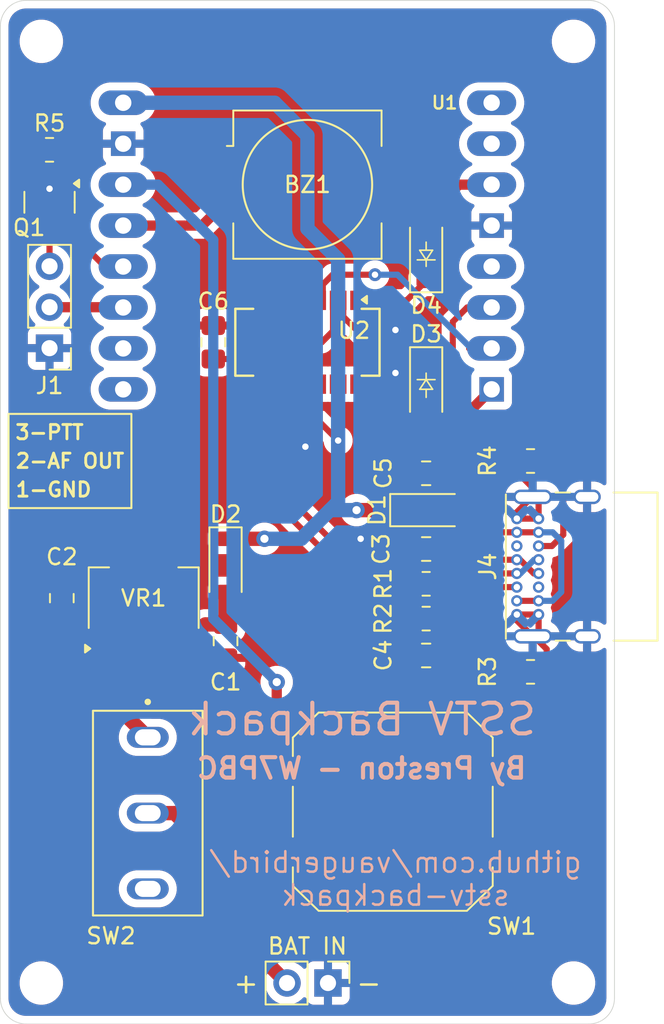
<source format=kicad_pcb>
(kicad_pcb (version 20241229) (generator "pcbnew") (generator_version "9.0")
  (title_block (title "SSTV Backpack") (date "2025-08-29") (rev "1.1"))
  (layers (0 "F.Cu" signal) (2 "B.Cu" signal) (13 "F.Paste" user) (15 "B.Paste" user) (5 "F.SilkS" user "F.Silkscreen") (7 "B.SilkS" user "B.Silkscreen") (1 "F.Mask" user) (3 "B.Mask" user) (25 "Edge.Cuts" user))
  (net 0 "")
  (net 1 "RTS")
  (net 3 "PTT")
  (net 7 "GND")
  (net 8 "+5V")
  (net 9 "/BUZZER")
  (net 10 "/8V IN")
  (net 11 "Net-(Q1-B)")
  (net 12 "/TX OUT")
  (net 13 "/CAPTURE")
  (net 14 "/VIN")
  (net 17 "TXD")
  (net 18 "RXD")
  (net 19 "/5VUSB")
  (net 20 "Net-(U2-USBDM)")
  (net 21 "Net-(U2-USBDP)")
  (net 26 "DTR")
  (net 28 "3V3FTDI")
  (net 32 "PTT_TRIG")
  (net 33 "/D+")
  (net 34 "/D-")
  (net 35 "/CC2")
  (net 36 "/CC1")
  (net 37 "/5VO")
  (net 38 "Net-(D3-A)")
  (net 39 "Net-(D4-A)")
  (footprint "Resistor_SMD:R_0805_2012Metric_Pad1.20x1.40mm_HandSolder" (layer "F.Cu") (at 142.748 72.771 180)
    (property "Reference" "R5" (at 0 1.651 0) (layer "F.SilkS"))
    (property "Value" "10k" (hide yes))
    (fp_line (start -0.227064 0.735) (end 0.227064 0.735) (stroke (width 0.12)) (layer "F.SilkS"))
    (fp_line (start -0.227064 -0.735) (end 0.227064 -0.735) (stroke (width 0.12)) (layer "F.SilkS"))
    (pad "1" smd roundrect (at -1 0 180) (size 1.2 1.4) (layers "F.Cu" "F.Mask" "F.Paste") (roundrect_rratio 0.208333) (net 32 "PTT_TRIG"))
    (pad "2" smd roundrect (at 1 0 180) (size 1.2 1.4) (layers "F.Cu" "F.Mask" "F.Paste") (roundrect_rratio 0.208333) (net 11 "Net-(Q1-B)"))
  )
  (footprint "Diode_SMD:D_SOD-123" (layer "F.Cu") (at 166.116 87.376 -90)
    (property "Reference" "D3" (at -3.175 0 0) (layer "F.SilkS"))
    (property "Value" "1N4148" (hide yes))
    (fp_line (start -2.36 1) (end 1.65 1) (stroke (width 0.12)) (layer "F.SilkS"))
    (fp_line (start 0.25 0.4) (end -0.35 0) (stroke (width 0.1)) (layer "F.SilkS"))
    (fp_line (start -0.75 0) (end -0.35 0) (stroke (width 0.1)) (layer "F.SilkS"))
    (fp_line (start -0.35 0) (end -0.35 0.55) (stroke (width 0.1)) (layer "F.SilkS"))
    (fp_line (start -0.35 0) (end 0.25 -0.4) (stroke (width 0.1)) (layer "F.SilkS"))
    (fp_line (start -0.35 0) (end -0.35 -0.55) (stroke (width 0.1)) (layer "F.SilkS"))
    (fp_line (start 0.25 0) (end 0.75 0) (stroke (width 0.1)) (layer "F.SilkS"))
    (fp_line (start 0.25 -0.4) (end 0.25 0.4) (stroke (width 0.1)) (layer "F.SilkS"))
    (fp_line (start -2.36 -1) (end -2.36 1) (stroke (width 0.12)) (layer "F.SilkS"))
    (fp_line (start -2.36 -1) (end 1.65 -1) (stroke (width 0.12)) (layer "F.SilkS"))
    (pad "1" smd roundrect (at -1.65 0 270) (size 0.9 1.2) (layers "F.Cu" "F.Mask" "F.Paste") (net 1 "RTS"))
    (pad "2" smd roundrect (at 1.65 0 270) (size 0.9 1.2) (layers "F.Cu" "F.Mask" "F.Paste") (net 38 "Net-(D3-A)"))
  )
  (footprint "Diode_SMD:D_SOD-123" (layer "F.Cu") (at 153.67 98.552 -90)
    (property "Reference" "D2" (at -3.175 0 180) (layer "F.SilkS"))
    (property "Value" "1N5819" (hide yes))
    (fp_line (start -2.36 1) (end 1.65 1) (stroke (width 0.12)) (layer "F.SilkS"))
    (fp_line (start -2.36 -1) (end -2.36 1) (stroke (width 0.12)) (layer "F.SilkS"))
    (fp_line (start -2.36 -1) (end 1.65 -1) (stroke (width 0.12)) (layer "F.SilkS"))
    (pad "1" smd roundrect (at -1.65 0 270) (size 0.9 1.2) (layers "F.Cu" "F.Mask" "F.Paste") (net 8 "+5V"))
    (pad "2" smd roundrect (at 1.65 0 270) (size 0.9 1.2) (layers "F.Cu" "F.Mask" "F.Paste") (net 37 "/5VO"))
  )
  (footprint "Capacitor_SMD:C_0805_2012Metric_Pad1.18x1.45mm_HandSolder" (layer "F.Cu") (at 152.908 84.709 90)
    (property "Reference" "C6" (at 2.54 0 180) (layer "F.SilkS"))
    (property "Value" "100nF" (hide yes))
    (fp_line (start -0.261252 -0.735) (end 0.261252 -0.735) (stroke (width 0.12)) (layer "F.SilkS"))
    (fp_line (start -0.261252 0.735) (end 0.261252 0.735) (stroke (width 0.12)) (layer "F.SilkS"))
    (pad "1" smd roundrect (at -1.0375 0 90) (size 1.175 1.45) (layers "F.Cu" "F.Mask" "F.Paste") (roundrect_rratio 0.212766) (net 28 "3V3FTDI"))
    (pad "2" smd roundrect (at 1.0375 0 90) (size 1.175 1.45) (layers "F.Cu" "F.Mask" "F.Paste") (roundrect_rratio 0.212766) (net 7 "GND"))
  )
  (footprint "Resistor_SMD:R_0805_2012Metric_Pad1.20x1.40mm_HandSolder" (layer "F.Cu") (at 172.593 92.075 180)
    (property "Reference" "R4" (at 2.667 0 90) (layer "F.SilkS"))
    (property "Value" "4.7k" (hide yes))
    (fp_line (start -0.227064 0.735) (end 0.227064 0.735) (stroke (width 0.12)) (layer "F.SilkS"))
    (fp_line (start -0.227064 -0.735) (end 0.227064 -0.735) (stroke (width 0.12)) (layer "F.SilkS"))
    (pad "1" smd roundrect (at -1 0 180) (size 1.2 1.4) (layers "F.Cu" "F.Mask" "F.Paste") (roundrect_rratio 0.208333) (net 35 "/CC2"))
    (pad "2" smd roundrect (at 1 0 180) (size 1.2 1.4) (layers "F.Cu" "F.Mask" "F.Paste") (roundrect_rratio 0.208333) (net 7 "GND"))
  )
  (footprint "SwitchSPDT:SW_SLW-1276864-4A-D" (layer "F.Cu") (at 148.844 113.92 -90)
    (property "Reference" "SW2" (at 7.62 2.286 180) (layer "F.SilkS"))
    (property "Value" "SLW-1276864-4A-D" (hide yes))
    (fp_line (start -6.35 3.4) (end 6.35 3.4) (stroke (width 0.127)) (layer "F.SilkS"))
    (fp_line (start 6.35 3.4) (end 6.35 -3.4) (stroke (width 0.127)) (layer "F.SilkS"))
    (fp_line (start -6.35 -3.4) (end -6.35 3.4) (stroke (width 0.127)) (layer "F.SilkS"))
    (fp_line (start 6.35 -3.4) (end -6.35 -3.4) (stroke (width 0.127)) (layer "F.SilkS"))
    (fp_circle (center -6.9 0) (end -6.8 0) (stroke (width 0.2)) (fill no) (layer "F.SilkS"))
    (pad "1" thru_hole oval (at -4.7 0 270) (size 1.3 2.6) (drill oval 1 1.6) (layers "*.Cu" "*.Mask") (net 10 "/8V IN"))
    (pad "2" thru_hole oval (at 0 0 270) (size 1.3 2.6) (drill oval 1 1.6) (layers "*.Cu" "*.Mask") (net 14 "/VIN"))
    (pad "3" thru_hole oval (at 4.7 0 270) (size 1.3 2.6) (drill oval 1 1.6) (layers "*.Cu" "*.Mask"))
  )
  (footprint "ESP32-CAM:ESP32-CAM" (layer "F.Cu") (at 158.75 80.01 180)
    (property "Reference" "U1" (at -8.509 10.16 0) (layer "F.SilkS") (effects (font (size 0.787402 0.787402))))
    (property "Value" "ESP32-CAM" (hide yes))
    (fp_circle (center 0 5.08) (end 4.01609 5.08) (stroke (width 0.127)) (fill no) (layer "F.SilkS"))
    (pad "P$1" thru_hole rect (at -11.43 -7.62 180) (size 1.524 1.524) (drill 1.016) (layers "*.Cu" "*.Mask") (net 38 "Net-(D3-A)"))
    (pad "P$2" thru_hole oval (at -11.43 -5.08 180) (size 3.048 1.524) (drill 1.016) (layers "*.Cu" "*.Mask") (net 18 "RXD"))
    (pad "P$3" thru_hole oval (at -11.43 -2.54 180) (size 3.048 1.524) (drill 1.016) (layers "*.Cu" "*.Mask") (net 17 "TXD"))
    (pad "P$4" thru_hole oval (at -11.43 0 180) (size 3.048 1.524) (drill 1.016) (layers "*.Cu" "*.Mask"))
    (pad "P$5" thru_hole rect (at -11.43 2.54 180) (size 1.524 1.524) (drill 1.016) (layers "*.Cu" "*.Mask") (net 7 "GND"))
    (pad "P$6" thru_hole oval (at -11.43 5.08 180) (size 3.048 1.524) (drill 1.016) (layers "*.Cu" "*.Mask") (net 39 "Net-(D4-A)"))
    (pad "P$7" thru_hole oval (at -11.43 7.62 180) (size 3.048 1.524) (drill 1.016) (layers "*.Cu" "*.Mask"))
    (pad "P$8" thru_hole oval (at -11.43 10.16 180) (size 3.048 1.524) (drill 1.016) (layers "*.Cu" "*.Mask"))
    (pad "P$9" thru_hole oval (at 11.43 10.16 180) (size 3.048 1.524) (drill 1.016) (layers "*.Cu" "*.Mask") (net 8 "+5V"))
    (pad "P$10" thru_hole rect (at 11.43 7.62 180) (size 1.524 1.524) (drill 1.016) (layers "*.Cu" "*.Mask") (net 7 "GND"))
    (pad "P$11" thru_hole oval (at 11.43 5.08 180) (size 3.048 1.524) (drill 1.016) (layers "*.Cu" "*.Mask") (net 13 "/CAPTURE"))
    (pad "P$12" thru_hole oval (at 11.43 2.54 180) (size 3.048 1.524) (drill 1.016) (layers "*.Cu" "*.Mask") (net 9 "/BUZZER"))
    (pad "P$13" thru_hole oval (at 11.43 0 180) (size 3.048 1.524) (drill 1.016) (layers "*.Cu" "*.Mask") (net 32 "PTT_TRIG"))
    (pad "P$14" thru_hole oval (at 11.43 -2.54 180) (size 3.048 1.524) (drill 1.016) (layers "*.Cu" "*.Mask") (net 12 "/TX OUT"))
    (pad "P$15" thru_hole oval (at 11.43 -5.08 180) (size 3.048 1.524) (drill 1.016) (layers "*.Cu" "*.Mask"))
    (pad "P$16" thru_hole oval (at 11.43 -7.62 180) (size 3.048 1.524) (drill 1.016) (layers "*.Cu" "*.Mask"))
  )
  (footprint "Capacitor_SMD:C_0805_2012Metric_Pad1.18x1.45mm_HandSolder" (layer "F.Cu") (at 153.67 103.251 -90)
    (property "Reference" "C1" (at 2.54 0 0) (layer "F.SilkS"))
    (property "Value" "22uF" (hide yes))
    (fp_line (start -0.261252 0.735) (end 0.261252 0.735) (stroke (width 0.12)) (layer "F.SilkS"))
    (fp_line (start -0.261252 -0.735) (end 0.261252 -0.735) (stroke (width 0.12)) (layer "F.SilkS"))
    (pad "1" smd roundrect (at -1.0375 0 270) (size 1.175 1.45) (layers "F.Cu" "F.Mask" "F.Paste") (roundrect_rratio 0.212766) (net 37 "/5VO"))
    (pad "2" smd roundrect (at 1.0375 0 270) (size 1.175 1.45) (layers "F.Cu" "F.Mask" "F.Paste") (roundrect_rratio 0.212766) (net 7 "GND"))
  )
  (footprint "Connector_PinHeader_2.54mm:PinHeader_1x02_P2.54mm_Vertical" (layer "F.Cu") (at 160.025 124.46 -90)
    (property "Reference" "J2" (hide yes))
    (property "Value" "Conn_01x02_Pin" (hide yes))
    (fp_line (start -1.33 3.87) (end 1.33 3.87) (stroke (width 0.12)) (layer "F.SilkS"))
    (fp_line (start -1.33 1.27) (end -1.33 3.87) (stroke (width 0.12)) (layer "F.SilkS"))
    (fp_line (start -1.33 1.27) (end 1.33 1.27) (stroke (width 0.12)) (layer "F.SilkS"))
    (fp_line (start 1.33 1.27) (end 1.33 3.87) (stroke (width 0.12)) (layer "F.SilkS"))
    (fp_line (start -1.33 0) (end -1.33 -1.33) (stroke (width 0.12)) (layer "F.SilkS"))
    (fp_line (start -1.33 -1.33) (end 0 -1.33) (stroke (width 0.12)) (layer "F.SilkS"))
    (pad "1" thru_hole rect (at 0 0 270) (size 1.7 1.7) (drill 1) (layers "*.Cu" "*.Mask") (net 7 "GND"))
    (pad "2" thru_hole oval (at 0 2.54 270) (size 1.7 1.7) (drill 1) (layers "*.Cu" "*.Mask") (net 14 "/VIN"))
  )
  (footprint "Capacitor_SMD:C_0805_2012Metric_Pad1.18x1.45mm_HandSolder" (layer "F.Cu") (at 166.116 104.14 180)
    (property "Reference" "C4" (at 2.667 0 90) (layer "F.SilkS"))
    (property "Value" "47pF" (hide yes))
    (fp_line (start -0.261252 0.735) (end 0.261252 0.735) (stroke (width 0.12)) (layer "F.SilkS"))
    (fp_line (start -0.261252 -0.735) (end 0.261252 -0.735) (stroke (width 0.12)) (layer "F.SilkS"))
    (pad "1" smd roundrect (at -1.0375 0 180) (size 1.175 1.45) (layers "F.Cu" "F.Mask" "F.Paste") (roundrect_rratio 0.212766) (net 33 "/D+"))
    (pad "2" smd roundrect (at 1.0375 0 180) (size 1.175 1.45) (layers "F.Cu" "F.Mask" "F.Paste") (roundrect_rratio 0.212766) (net 7 "GND"))
  )
  (footprint "Resistor_SMD:R_0805_2012Metric_Pad1.20x1.40mm_HandSolder" (layer "F.Cu") (at 172.593 105.156)
    (property "Reference" "R3" (at -2.667 0 90) (layer "F.SilkS"))
    (property "Value" "4.7k" (hide yes))
    (fp_line (start -0.227064 -0.735) (end 0.227064 -0.735) (stroke (width 0.12)) (layer "F.SilkS"))
    (fp_line (start -0.227064 0.735) (end 0.227064 0.735) (stroke (width 0.12)) (layer "F.SilkS"))
    (pad "1" smd roundrect (at -1 0) (size 1.2 1.4) (layers "F.Cu" "F.Mask" "F.Paste") (roundrect_rratio 0.208333) (net 36 "/CC1"))
    (pad "2" smd roundrect (at 1 0) (size 1.2 1.4) (layers "F.Cu" "F.Mask" "F.Paste") (roundrect_rratio 0.208333) (net 7 "GND"))
  )
  (footprint "MountingHole:MountingHole_2.2mm_M2" (layer "F.Cu") (at 175.26 66.04)
    (property "Reference" "REF**" (hide yes))
    (property "Value" "MountingHole_2.2mm_M2" (hide yes))
    (pad "" np_thru_hole circle (at 0 0) (size 2.2 2.2) (drill 2.2) (layers "*.Cu" "*.Mask"))
  )
  (footprint "Capacitor_SMD:C_0805_2012Metric_Pad1.18x1.45mm_HandSolder" (layer "F.Cu") (at 166.116 97.536 180)
    (property "Reference" "C3" (at 2.794 0 90) (layer "F.SilkS"))
    (property "Value" "47pF" (hide yes))
    (fp_line (start -0.261252 0.735) (end 0.261252 0.735) (stroke (width 0.12)) (layer "F.SilkS"))
    (fp_line (start -0.261252 -0.735) (end 0.261252 -0.735) (stroke (width 0.12)) (layer "F.SilkS"))
    (pad "1" smd roundrect (at -1.0375 0 180) (size 1.175 1.45) (layers "F.Cu" "F.Mask" "F.Paste") (roundrect_rratio 0.212766) (net 34 "/D-"))
    (pad "2" smd roundrect (at 1.0375 0 180) (size 1.175 1.45) (layers "F.Cu" "F.Mask" "F.Paste") (roundrect_rratio 0.212766) (net 7 "GND"))
  )
  (footprint "Package_SO:SSOP-20_3.9x8.7mm_P0.635mm" (layer "F.Cu") (at 158.75 84.709 -90)
    (property "Reference" "U2" (at -0.73025 -2.88925 0) (layer "F.SilkS"))
    (property "Value" "FT231XS" (hide yes))
    (fp_line (start -2.075 4.475) (end 2.075 4.475) (stroke (width 0.15)) (layer "F.SilkS"))
    (fp_line (start -2.075 4.475) (end -2.075 3.365) (stroke (width 0.15)) (layer "F.SilkS"))
    (fp_line (start 2.075 4.475) (end 2.075 3.365) (stroke (width 0.15)) (layer "F.SilkS"))
    (fp_line (start -2.075 -3.365) (end -2.075 -4.475) (stroke (width 0.15)) (layer "F.SilkS"))
    (fp_line (start -2.075 -4.475) (end 2.075 -4.475) (stroke (width 0.15)) (layer "F.SilkS"))
    (fp_line (start 2.075 -4.475) (end 2.075 -3.365) (stroke (width 0.15)) (layer "F.SilkS"))
    (fp_poly (pts (xy -2.6375 -3.365) (xy -2.8775 -3.695) (xy -2.3975 -3.695) (xy -2.6375 -3.365)) (stroke (width 0.12)) (fill yes) (layer "F.SilkS"))
    (pad "1" smd rect (at -2.6 -2.8575 270) (size 1.2 0.4) (layers "F.Cu" "F.Mask" "F.Paste") (net 26 "DTR"))
    (pad "2" smd rect (at -2.6 -2.2225 270) (size 1.2 0.4) (layers "F.Cu" "F.Mask" "F.Paste") (net 1 "RTS"))
    (pad "3" smd rect (at -2.6 -1.5875 270) (size 1.2 0.4) (layers "F.Cu" "F.Mask" "F.Paste") (net 28 "3V3FTDI"))
    (pad "4" smd rect (at -2.6 -0.9525 270) (size 1.2 0.4) (layers "F.Cu" "F.Mask" "F.Paste") (net 18 "RXD"))
    (pad "5" smd rect (at -2.6 -0.3175 270) (size 1.2 0.4) (layers "F.Cu" "F.Mask" "F.Paste"))
    (pad "6" smd rect (at -2.6 0.3175 270) (size 1.2 0.4) (layers "F.Cu" "F.Mask" "F.Paste") (net 7 "GND"))
    (pad "7" smd rect (at -2.6 0.9525 270) (size 1.2 0.4) (layers "F.Cu" "F.Mask" "F.Paste"))
    (pad "8" smd rect (at -2.6 1.5875 270) (size 1.2 0.4) (layers "F.Cu" "F.Mask" "F.Paste"))
    (pad "9" smd rect (at -2.6 2.2225 270) (size 1.2 0.4) (layers "F.Cu" "F.Mask" "F.Paste"))
    (pad "10" smd rect (at -2.6 2.8575 270) (size 1.2 0.4) (layers "F.Cu" "F.Mask" "F.Paste"))
    (pad "11" smd rect (at 2.6 2.8575 270) (size 1.2 0.4) (layers "F.Cu" "F.Mask" "F.Paste") (net 21 "Net-(U2-USBDP)"))
    (pad "12" smd rect (at 2.6 2.2225 270) (size 1.2 0.4) (layers "F.Cu" "F.Mask" "F.Paste") (net 20 "Net-(U2-USBDM)"))
    (pad "13" smd rect (at 2.6 1.5875 270) (size 1.2 0.4) (layers "F.Cu" "F.Mask" "F.Paste") (net 28 "3V3FTDI"))
    (pad "14" smd rect (at 2.6 0.9525 270) (size 1.2 0.4) (layers "F.Cu" "F.Mask" "F.Paste") (net 28 "3V3FTDI"))
    (pad "15" smd rect (at 2.6 0.3175 270) (size 1.2 0.4) (layers "F.Cu" "F.Mask" "F.Paste") (net 8 "+5V"))
    (pad "16" smd rect (at 2.6 -0.3175 270) (size 1.2 0.4) (layers "F.Cu" "F.Mask" "F.Paste") (net 7 "GND"))
    (pad "17" smd rect (at 2.6 -0.9525 270) (size 1.2 0.4) (layers "F.Cu" "F.Mask" "F.Paste"))
    (pad "18" smd rect (at 2.6 -1.5875 270) (size 1.2 0.4) (layers "F.Cu" "F.Mask" "F.Paste"))
    (pad "19" smd rect (at 2.6 -2.2225 270) (size 1.2 0.4) (layers "F.Cu" "F.Mask" "F.Paste"))
    (pad "20" smd rect (at 2.6 -2.8575 270) (size 1.2 0.4) (layers "F.Cu" "F.Mask" "F.Paste") (net 17 "TXD"))
  )
  (footprint "Diode_SMD:D_SOD-123" (layer "F.Cu") (at 166.116 79.248 90)
    (property "Reference" "D4" (at -3.175 0 0) (layer "F.SilkS"))
    (property "Value" "1N4148" (hide yes))
    (fp_line (start -2.36 -1) (end 1.65 -1) (stroke (width 0.12)) (layer "F.SilkS"))
    (fp_line (start -2.36 -1) (end -2.36 1) (stroke (width 0.12)) (layer "F.SilkS"))
    (fp_line (start 0.25 -0.4) (end 0.25 0.4) (stroke (width 0.1)) (layer "F.SilkS"))
    (fp_line (start 0.25 0) (end 0.75 0) (stroke (width 0.1)) (layer "F.SilkS"))
    (fp_line (start -0.35 0) (end -0.35 -0.55) (stroke (width 0.1)) (layer "F.SilkS"))
    (fp_line (start -0.35 0) (end 0.25 -0.4) (stroke (width 0.1)) (layer "F.SilkS"))
    (fp_line (start -0.35 0) (end -0.35 0.55) (stroke (width 0.1)) (layer "F.SilkS"))
    (fp_line (start -0.75 0) (end -0.35 0) (stroke (width 0.1)) (layer "F.SilkS"))
    (fp_line (start 0.25 0.4) (end -0.35 0) (stroke (width 0.1)) (layer "F.SilkS"))
    (fp_line (start -2.36 1) (end 1.65 1) (stroke (width 0.12)) (layer "F.SilkS"))
    (pad "1" smd roundrect (at -1.65 0 90) (size 0.9 1.2) (layers "F.Cu" "F.Mask" "F.Paste") (net 26 "DTR"))
    (pad "2" smd roundrect (at 1.65 0 90) (size 0.9 1.2) (layers "F.Cu" "F.Mask" "F.Paste") (net 39 "Net-(D4-A)"))
  )
  (footprint "Package_TO_SOT_SMD:SOT-23" (layer "F.Cu") (at 142.748 76.0245 -90)
    (property "Reference" "Q1" (at 1.5725 1.27 180) (layer "F.SilkS"))
    (property "Value" "MMBT3904" (hide yes))
    (fp_line (start 0 1.56) (end -0.65 1.56) (stroke (width 0.12)) (layer "F.SilkS"))
    (fp_line (start 0 1.56) (end 0.65 1.56) (stroke (width 0.12)) (layer "F.SilkS"))
    (fp_line (start 0 -1.56) (end -0.65 -1.56) (stroke (width 0.12)) (layer "F.SilkS"))
    (fp_line (start 0 -1.56) (end 0.65 -1.56) (stroke (width 0.12)) (layer "F.SilkS"))
    (fp_poly (pts (xy -1.1625 -1.51) (xy -1.4025 -1.84) (xy -0.9225 -1.84) (xy -1.1625 -1.51)) (stroke (width 0.12)) (fill yes) (layer "F.SilkS"))
    (pad "1" smd roundrect (at -0.9375 -0.95 270) (size 1.475 0.6) (layers "F.Cu" "F.Mask" "F.Paste") (net 11 "Net-(Q1-B)"))
    (pad "2" smd roundrect (at -0.9375 0.95 270) (size 1.475 0.6) (layers "F.Cu" "F.Mask" "F.Paste") (net 7 "GND"))
    (pad "3" smd roundrect (at 0.9375 0 270) (size 1.475 0.6) (layers "F.Cu" "F.Mask" "F.Paste") (net 3 "PTT"))
  )
  (footprint "MountingHole:MountingHole_2.2mm_M2" (layer "F.Cu") (at 142.24 66.04)
    (property "Reference" "REF**" (hide yes))
    (property "Value" "MountingHole_2.2mm_M2" (hide yes))
    (pad "" np_thru_hole circle (at 0 0) (size 2.2 2.2) (drill 2.2) (layers "*.Cu" "*.Mask"))
  )
  (footprint "Capacitor_SMD:C_0805_2012Metric_Pad1.18x1.45mm_HandSolder" (layer "F.Cu") (at 143.51 100.584 90)
    (property "Reference" "C2" (at 2.5615 0 180) (layer "F.SilkS"))
    (property "Value" "0.47uF" (hide yes))
    (fp_line (start -0.261252 -0.735) (end 0.261252 -0.735) (stroke (width 0.12)) (layer "F.SilkS"))
    (fp_line (start -0.261252 0.735) (end 0.261252 0.735) (stroke (width 0.12)) (layer "F.SilkS"))
    (pad "1" smd roundrect (at -1.0375 0 90) (size 1.175 1.45) (layers "F.Cu" "F.Mask" "F.Paste") (roundrect_rratio 0.212766) (net 10 "/8V IN"))
    (pad "2" smd roundrect (at 1.0375 0 90) (size 1.175 1.45) (layers "F.Cu" "F.Mask" "F.Paste") (roundrect_rratio 0.212766) (net 7 "GND"))
  )
  (footprint "Resistor_SMD:R_0805_2012Metric_Pad1.20x1.40mm_HandSolder" (layer "F.Cu") (at 166.116 101.854 180)
    (property "Reference" "R2" (at 2.667 0 90) (layer "F.SilkS"))
    (property "Value" "27Ω" (hide yes))
    (fp_line (start -0.227064 0.735) (end 0.227064 0.735) (stroke (width 0.12)) (layer "F.SilkS"))
    (fp_line (start -0.227064 -0.735) (end 0.227064 -0.735) (stroke (width 0.12)) (layer "F.SilkS"))
    (pad "1" smd roundrect (at -1 0 180) (size 1.2 1.4) (layers "F.Cu" "F.Mask" "F.Paste") (roundrect_rratio 0.208333) (net 33 "/D+"))
    (pad "2" smd roundrect (at 1 0 180) (size 1.2 1.4) (layers "F.Cu" "F.Mask" "F.Paste") (roundrect_rratio 0.208333) (net 21 "Net-(U2-USBDP)"))
  )
  (footprint "Package_TO_SOT_SMD:SOT-223-3_TabPin2" (layer "F.Cu") (at 148.59 100.584 90)
    (property "Reference" "VR1" (at 0 0 180) (layer "F.SilkS"))
    (property "Value" "LM2940IMPX-5.0/NOPB" (hide yes))
    (fp_line (start 1.91 -3.41) (end 1.91 -2.15) (stroke (width 0.12)) (layer "F.SilkS"))
    (fp_line (start -1.85 -3.41) (end 1.91 -3.41) (stroke (width 0.12)) (layer "F.SilkS"))
    (fp_line (start 1.91 3.41) (end 1.91 2.15) (stroke (width 0.12)) (layer "F.SilkS"))
    (fp_line (start -1.85 3.41) (end 1.91 3.41) (stroke (width 0.12)) (layer "F.SilkS"))
    (fp_poly (pts (xy -3.13 -3.31) (xy -3.37 -3.64) (xy -2.89 -3.64) (xy -3.13 -3.31)) (stroke (width 0.12)) (fill yes) (layer "F.SilkS"))
    (pad "1" smd roundrect (at -3.15 -2.3 90) (size 2 1.5) (layers "F.Cu" "F.Mask" "F.Paste") (net 10 "/8V IN"))
    (pad "2" smd roundrect (at -3.15 0 90) (size 2 1.5) (layers "F.Cu" "F.Mask" "F.Paste") (net 7 "GND"))
    (pad "2" smd roundrect (at 3.15 0 90) (size 2 3.8) (layers "F.Cu" "F.Mask" "F.Paste") (net 7 "GND"))
    (pad "3" smd roundrect (at -3.15 2.3 90) (size 2 1.5) (layers "F.Cu" "F.Mask" "F.Paste") (net 37 "/5VO"))
  )
  (footprint "Connector_PinHeader_2.54mm:PinHeader_1x03_P2.54mm_Vertical" (layer "F.Cu") (at 142.748 85.075 180)
    (property "Reference" "J1" (at 0 -2.33 0) (layer "F.SilkS"))
    (property "Value" "Conn_01x03_Pin" (hide yes))
    (fp_line (start 1.33 1.27) (end 1.33 6.41) (stroke (width 0.12)) (layer "F.SilkS"))
    (fp_line (start -1.33 6.41) (end 1.33 6.41) (stroke (width 0.12)) (layer "F.SilkS"))
    (fp_line (start -1.33 1.27) (end 1.33 1.27) (stroke (width 0.12)) (layer "F.SilkS"))
    (fp_line (start -1.33 1.27) (end -1.33 6.41) (stroke (width 0.12)) (layer "F.SilkS"))
    (fp_line (start -1.33 0) (end -1.33 -1.33) (stroke (width 0.12)) (layer "F.SilkS"))
    (fp_line (start -1.33 -1.33) (end 0 -1.33) (stroke (width 0.12)) (layer "F.SilkS"))
    (pad "1" thru_hole rect (at 0 0 180) (size 1.7 1.7) (drill 1) (layers "*.Cu" "*.Mask") (net 7 "GND"))
    (pad "2" thru_hole oval (at 0 2.54 180) (size 1.7 1.7) (drill 1) (layers "*.Cu" "*.Mask") (net 12 "/TX OUT"))
    (pad "3" thru_hole oval (at 0 5.08 180) (size 1.7 1.7) (drill 1) (layers "*.Cu" "*.Mask") (net 3 "PTT"))
  )
  (footprint "Diode_SMD:D_SOD-123" (layer "F.Cu") (at 166.243 95.123)
    (property "Reference" "D1" (at -3.175 0 90) (layer "F.SilkS"))
    (property "Value" "1N5819" (hide yes))
    (fp_line (start -2.36 -1) (end -2.36 1) (stroke (width 0.12)) (layer "F.SilkS"))
    (fp_line (start -2.36 -1) (end 1.65 -1) (stroke (width 0.12)) (layer "F.SilkS"))
    (fp_line (start -2.36 1) (end 1.65 1) (stroke (width 0.12)) (layer "F.SilkS"))
    (pad "1" smd roundrect (at -1.65 0) (size 0.9 1.2) (layers "F.Cu" "F.Mask" "F.Paste") (net 8 "+5V"))
    (pad "2" smd roundrect (at 1.65 0) (size 0.9 1.2) (layers "F.Cu" "F.Mask" "F.Paste") (net 19 "/5VUSB"))
  )
  (footprint "MountingHole:MountingHole_2.2mm_M2" (layer "F.Cu") (at 175.26 124.46)
    (property "Reference" "REF**" (hide yes))
    (property "Value" "MountingHole_2.2mm_M2" (hide yes))
    (pad "" np_thru_hole circle (at 0 0) (size 2.2 2.2) (drill 2.2) (layers "*.Cu" "*.Mask"))
  )
  (footprint "Capacitor_SMD:C_0805_2012Metric_Pad1.18x1.45mm_HandSolder" (layer "F.Cu") (at 166.116 92.837)
    (property "Reference" "C5" (at -2.667 0 90) (layer "F.SilkS"))
    (property "Value" "10nF" (hide yes))
    (fp_line (start -0.261252 -0.735) (end 0.261252 -0.735) (stroke (width 0.12)) (layer "F.SilkS"))
    (fp_line (start -0.261252 0.735) (end 0.261252 0.735) (stroke (width 0.12)) (layer "F.SilkS"))
    (pad "1" smd roundrect (at -1.0375 0) (size 1.175 1.45) (layers "F.Cu" "F.Mask" "F.Paste") (roundrect_rratio 0.212766) (net 7 "GND"))
    (pad "2" smd roundrect (at 1.0375 0) (size 1.175 1.45) (layers "F.Cu" "F.Mask" "F.Paste") (roundrect_rratio 0.212766) (net 19 "/5VUSB"))
  )
  (footprint "Buzzer_Beeper:Buzzer_CUI_CPT-9019S-SMT" (layer "F.Cu") (at 158.75 74.93)
    (property "Reference" "BZ1" (at 0 0 0) (layer "F.SilkS"))
    (property "Value" "CPT-9019B-SMT-TR" (hide yes))
    (fp_line (start -4.6 -4.6) (end -4.6 -2.4) (stroke (width 0.12)) (layer "F.SilkS"))
    (fp_line (start -4.6 -4.6) (end 4.6 -4.6) (stroke (width 0.12)) (layer "F.SilkS"))
    (fp_line (start -4.6 -2.4) (end -5 -2.4) (stroke (width 0.12)) (layer "F.SilkS"))
    (fp_line (start -4.6 2.4) (end -4.6 4.6) (stroke (width 0.12)) (layer "F.SilkS"))
    (fp_line (start 4.6 -4.6) (end 4.6 -2.4) (stroke (width 0.12)) (layer "F.SilkS"))
    (fp_line (start 4.6 2.4) (end 4.6 4.6) (stroke (width 0.12)) (layer "F.SilkS"))
    (fp_line (start 4.6 4.6) (end -4.6 4.6) (stroke (width 0.12)) (layer "F.SilkS"))
    (pad "1" smd rect (at -4 0) (size 2 4.2) (layers "F.Cu" "F.Mask" "F.Paste") (net 9 "/BUZZER"))
    (pad "2" smd rect (at 4 0) (size 2 4.2) (layers "F.Cu" "F.Mask" "F.Paste") (net 7 "GND"))
  )
  (footprint "Button_Switch_SMD:SW_Push_1P1T_NO_CK_PTS125Sx43PSMTR" (layer "F.Cu") (at 164.046 113.832)
    (property "Reference" "SW1" (at 7.366 7.112 0) (layer "F.SilkS"))
    (property "Value" "SW_Push" (hide yes))
    (fp_line (start -6.2 -4.6) (end -4.6 -6.15) (stroke (width 0.12)) (layer "F.SilkS"))
    (fp_line (start -6.2 -3.45) (end -6.2 -4.6) (stroke (width 0.12)) (layer "F.SilkS"))
    (fp_line (start -6.2 -1.55) (end -6.2 1.55) (stroke (width 0.12)) (layer "F.SilkS"))
    (fp_line (start -6.2 3.45) (end -6.2 4.6) (stroke (width 0.12)) (layer "F.SilkS"))
    (fp_line (start -6.2 4.6) (end -4.6 6.15) (stroke (width 0.12)) (layer "F.SilkS"))
    (fp_line (start -4.6 -6.15) (end 4.6 -6.15) (stroke (width 0.12)) (layer "F.SilkS"))
    (fp_line (start -4.6 6.15) (end 4.6 6.15) (stroke (width 0.12)) (layer "F.SilkS"))
    (fp_line (start 4.6 -6.15) (end 6.2 -4.6) (stroke (width 0.12)) (layer "F.SilkS"))
    (fp_line (start 4.6 6.15) (end 6.2 4.6) (stroke (width 0.12)) (layer "F.SilkS"))
    (fp_line (start 6.2 -3.45) (end 6.2 -4.6) (stroke (width 0.12)) (layer "F.SilkS"))
    (fp_line (start 6.2 -1.55) (end 6.2 1.55) (stroke (width 0.12)) (layer "F.SilkS"))
    (fp_line (start 6.2 3.45) (end 6.2 4.6) (stroke (width 0.12)) (layer "F.SilkS"))
    (pad "1" smd rect (at -7.15 -2.5) (size 2 1.5) (layers "F.Cu" "F.Mask" "F.Paste") (net 13 "/CAPTURE"))
    (pad "1" smd rect (at 7.15 -2.5) (size 2 1.5) (layers "F.Cu" "F.Mask" "F.Paste") (net 13 "/CAPTURE"))
    (pad "2" smd rect (at -7.15 2.5) (size 2 1.5) (layers "F.Cu" "F.Mask" "F.Paste") (net 7 "GND"))
    (pad "2" smd rect (at 7.15 2.5) (size 2 1.5) (layers "F.Cu" "F.Mask" "F.Paste") (net 7 "GND"))
  )
  (footprint "Connector_USB:USB_C_Receptacle_GCT_USB4085" (layer "F.Cu") (at 171.743 101.6 90)
    (property "Reference" "J4" (at 2.975 -1.8 90) (layer "F.SilkS"))
    (property "Value" "USB_C_Receptacle_USB2.0_14P" (hide yes))
    (fp_line (start -1.5 -0.68) (end 7.45 -0.68) (stroke (width 0.12)) (layer "F.SilkS"))
    (fp_line (start 7.57 2.4) (end 7.57 3.3) (stroke (width 0.12)) (layer "F.SilkS"))
    (fp_line (start -1.62 2.4) (end -1.62 3.3) (stroke (width 0.12)) (layer "F.SilkS"))
    (fp_line (start 7.57 6) (end 7.57 8.73) (stroke (width 0.12)) (layer "F.SilkS"))
    (fp_line (start -1.62 6) (end -1.62 8.73) (stroke (width 0.12)) (layer "F.SilkS"))
    (fp_line (start -1.62 8.73) (end 7.57 8.73) (stroke (width 0.12)) (layer "F.SilkS"))
    (pad "A1" thru_hole circle (at 0 0 90) (size 0.7 0.7) (drill 0.4) (layers "*.Cu" "*.Mask") (net 7 "GND"))
    (pad "A4" thru_hole circle (at 0.85 0 90) (size 0.7 0.7) (drill 0.4) (layers "*.Cu" "*.Mask") (net 19 "/5VUSB"))
    (pad "A5" thru_hole circle (at 1.7 0 90) (size 0.7 0.7) (drill 0.4) (layers "*.Cu" "*.Mask") (net 36 "/CC1"))
    (pad "A6" thru_hole circle (at 2.55 0 90) (size 0.7 0.7) (drill 0.4) (layers "*.Cu" "*.Mask") (net 33 "/D+"))
    (pad "A7" thru_hole circle (at 3.4 0 90) (size 0.7 0.7) (drill 0.4) (layers "*.Cu" "*.Mask") (net 34 "/D-"))
    (pad "A8" thru_hole circle (at 4.25 0 90) (size 0.7 0.7) (drill 0.4) (layers "*.Cu" "*.Mask"))
    (pad "A9" thru_hole circle (at 5.1 0 90) (size 0.7 0.7) (drill 0.4) (layers "*.Cu" "*.Mask") (net 19 "/5VUSB"))
    (pad "A12" thru_hole circle (at 5.95 0 90) (size 0.7 0.7) (drill 0.4) (layers "*.Cu" "*.Mask") (net 7 "GND"))
    (pad "B1" thru_hole circle (at 5.95 1.35 90) (size 0.7 0.7) (drill 0.4) (layers "*.Cu" "*.Mask") (net 7 "GND"))
    (pad "B4" thru_hole circle (at 5.1 1.35 90) (size 0.7 0.7) (drill 0.4) (layers "*.Cu" "*.Mask") (net 19 "/5VUSB"))
    (pad "B5" thru_hole circle (at 4.25 1.35 90) (size 0.7 0.7) (drill 0.4) (layers "*.Cu" "*.Mask") (net 35 "/CC2"))
    (pad "B6" thru_hole circle (at 3.4 1.35 90) (size 0.7 0.7) (drill 0.4) (layers "*.Cu" "*.Mask") (net 33 "/D+"))
    (pad "B7" thru_hole circle (at 2.55 1.35 90) (size 0.7 0.7) (drill 0.4) (layers "*.Cu" "*.Mask") (net 34 "/D-"))
    (pad "B8" thru_hole circle (at 1.7 1.35 90) (size 0.7 0.7) (drill 0.4) (layers "*.Cu" "*.Mask"))
    (pad "B9" thru_hole circle (at 0.85 1.35 90) (size 0.7 0.7) (drill 0.4) (layers "*.Cu" "*.Mask") (net 19 "/5VUSB"))
    (pad "B12" thru_hole circle (at 0 1.35 90) (size 0.7 0.7) (drill 0.4) (layers "*.Cu" "*.Mask") (net 7 "GND"))
    (pad "S1" thru_hole oval (at -1.35 0.98 90) (size 0.9 2.4) (drill oval 0.6 2.1) (layers "*.Cu" "*.Mask") (net 7 "GND"))
    (pad "S1" thru_hole oval (at -1.35 4.36 90) (size 0.9 1.7) (drill oval 0.6 1.4) (layers "*.Cu" "*.Mask") (net 7 "GND"))
    (pad "S1" thru_hole oval (at 7.3 0.98 90) (size 0.9 2.4) (drill oval 0.6 2.1) (layers "*.Cu" "*.Mask") (net 7 "GND"))
    (pad "S1" thru_hole oval (at 7.3 4.36 90) (size 0.9 1.7) (drill oval 0.6 1.4) (layers "*.Cu" "*.Mask") (net 7 "GND"))
  )
  (footprint "MountingHole:MountingHole_2.2mm_M2" (layer "F.Cu") (at 142.24 124.46)
    (property "Reference" "REF**" (hide yes))
    (property "Value" "MountingHole_2.2mm_M2" (hide yes))
    (pad "" np_thru_hole circle (at 0 0) (size 2.2 2.2) (drill 2.2) (layers "*.Cu" "*.Mask"))
  )
  (footprint "Resistor_SMD:R_0805_2012Metric_Pad1.20x1.40mm_HandSolder" (layer "F.Cu") (at 166.116 99.695 180)
    (property "Reference" "R1" (at 2.667 0 90) (layer "F.SilkS"))
    (property "Value" "27Ω" (hide yes))
    (fp_line (start -0.227064 0.735) (end 0.227064 0.735) (stroke (width 0.12)) (layer "F.SilkS"))
    (fp_line (start -0.227064 -0.735) (end 0.227064 -0.735) (stroke (width 0.12)) (layer "F.SilkS"))
    (pad "1" smd roundrect (at -1 0 180) (size 1.2 1.4) (layers "F.Cu" "F.Mask" "F.Paste") (roundrect_rratio 0.208333) (net 34 "/D-"))
    (pad "2" smd roundrect (at 1 0 180) (size 1.2 1.4) (layers "F.Cu" "F.Mask" "F.Paste") (roundrect_rratio 0.208333) (net 20 "Net-(U2-USBDM)"))
  )
  (gr_rect (start 140.208 89.154) (end 147.828 94.996) (stroke (width 0.127)) (fill no) (layer "F.SilkS"))
  (gr_line (start 176.2125 127) (end 141.2875 127) (stroke (width 0.05)) (layer "Edge.Cuts"))
  (gr_arc (start 141.2875 127) (mid 140.164968 126.535032) (end 139.7 125.4125) (stroke (width 0.05)) (layer "Edge.Cuts"))
  (gr_line (start 141.2875 63.5) (end 176.2125 63.5) (stroke (width 0.05)) (layer "Edge.Cuts"))
  (gr_arc (start 176.2125 63.5) (mid 177.335032 63.964968) (end 177.8 65.0875) (stroke (width 0.05)) (layer "Edge.Cuts"))
  (gr_arc (start 177.8 125.4125) (mid 177.335032 126.535032) (end 176.2125 127) (stroke (width 0.05)) (layer "Edge.Cuts"))
  (gr_line (start 177.8 65.0875) (end 177.8 125.4125) (stroke (width 0.05)) (layer "Edge.Cuts"))
  (gr_arc (start 139.7 65.0875) (mid 140.164968 63.964968) (end 141.2875 63.5) (stroke (width 0.05)) (layer "Edge.Cuts"))
  (gr_line (start 139.7 125.4125) (end 139.7 65.0875) (stroke (width 0.05)) (layer "Edge.Cuts"))
  (gr_text "1-GND" (at 143.002 93.853 0) (layer "F.SilkS") (effects (font (size 0.889 0.889) (thickness 0.1778) (bold yes))))
  (gr_text "BAT IN" (at 158.75 122.174 0) (layer "F.SilkS") (effects (font (size 1 1))))
  (gr_text "+" (at 154.94 124.46 0) (layer "F.SilkS") (effects (font (size 1.27 1.27) (thickness 0.15875))))
  (gr_text "3-PTT" (at 142.748 90.297 0) (layer "F.SilkS") (effects (font (size 0.889 0.889) (thickness 0.1778) (bold yes))))
  (gr_text "2-AF OUT" (at 144.018 92.075 0) (layer "F.SilkS") (effects (font (size 0.889 0.889) (thickness 0.1778) (bold yes))))
  (gr_text "-" (at 162.56 124.46 0) (layer "F.SilkS") (effects (font (size 1.27 1.27) (thickness 0.15875))))
  (gr_text "By Preston - W7PBC" (at 172.466 111.887 0) (layer "B.SilkS") (effects (font (size 1.27 1.27) (thickness 0.254) (bold yes)) (justify left bottom mirror)))
  (gr_text "github.com/vaugerbird/\nsstv-backpack" (at 164.211 119.761 0) (layer "B.SilkS") (effects (font (size 1.27 1.27) (thickness 0.15875)) (justify bottom mirror)))
  (gr_text "SSTV Backpack" (at 173.101 109.22 0) (layer "B.SilkS") (effects (font (size 1.905 1.905) (thickness 0.254)) (justify left bottom mirror)))
  (segment (start 160.9725 83.1215) (end 163.577 85.726) (width 0.381) (layer "F.Cu") (net 1))
  (segment (start 160.9725 82.109) (end 160.9725 83.1215) (width 0.381) (layer "F.Cu") (net 1))
  (segment (start 163.577 85.726) (end 166.116 85.726) (width 0.381) (layer "F.Cu") (net 1))
  (segment (start 142.748 76.962) (end 142.748 79.995) (width 0.381) (layer "F.Cu") (net 3))
  (segment (start 172.693 94.3) (end 172.723 94.3) (width 0.381) (layer "F.Cu") (net 7))
  (segment (start 159.0675 86.2965) (end 159.512 85.852) (width 0.381) (layer "F.Cu") (net 7))
  (segment (start 171.743 95.65) (end 173.093 95.65) (width 0.381) (layer "F.Cu") (net 7))
  (segment (start 173.093 94.67) (end 172.723 94.3) (width 0.381) (layer "F.Cu") (net 7))
  (segment (start 159.0675 88.257) (end 159.5835 88.773) (width 0.381) (layer "F.Cu") (net 7))
  (segment (start 171.704 101.639) (end 171.704 101.931) (width 0.381) (layer "F.Cu") (net 7))
  (segment (start 171.743 101.6) (end 171.704 101.639) (width 0.381) (layer "F.Cu") (net 7))
  (segment (start 173.093 101.6) (end 173.093 102.58) (width 0.381) (layer "F.Cu") (net 7))
  (segment (start 159.5835 88.773) (end 161.29 88.773) (width 0.381) (layer "F.Cu") (net 7))
  (segment (start 173.593 105.156) (end 173.593 103.743) (width 0.381) (layer "F.Cu") (net 7))
  (segment (start 159.0675 87.309) (end 159.0675 86.328) (width 0.381) (layer "F.Cu") (net 7))
  (segment (start 172.8 102.95) (end 173.355 103.505) (width 0.381) (layer "F.Cu") (net 7))
  (segment (start 171.593 92.075) (end 171.593 92.599) (width 0.381) (layer "F.Cu") (net 7))
  (segment (start 158.4325 83.3755) (end 158.369 83.439) (width 0.381) (layer "F.Cu") (net 7))
  (segment (start 171.593 92.599) (end 172.723 93.729) (width 0.381) (layer "F.Cu") (net 7))
  (segment (start 171.743 95.65) (end 171.743 95.25) (width 0.381) (layer "F.Cu") (net 7))
  (segment (start 158.4325 80.7085) (end 158.496 80.645) (width 0.381) (layer "F.Cu") (net 7))
  (segment (start 159.0675 87.309) (end 159.0675 88.257) (width 0.381) (layer "F.Cu") (net 7))
  (segment (start 173.093 102.58) (end 172.723 102.95) (width 0.381) (layer "F.Cu") (net 7))
  (segment (start 158.4325 82.109) (end 158.4325 80.7085) (width 0.381) (layer "F.Cu") (net 7))
  (segment (start 173.093 95.65) (end 173.093 94.67) (width 0.381) (layer "F.Cu") (net 7))
  (segment (start 171.704 101.931) (end 172.723 102.95) (width 0.381) (layer "F.Cu") (net 7))
  (segment (start 172.723 102.95) (end 172.8 102.95) (width 0.381) (layer "F.Cu") (net 7))
  (segment (start 171.743 95.25) (end 172.693 94.3) (width 0.381) (layer "F.Cu") (net 7))
  (segment (start 173.593 103.743) (end 173.355 103.505) (width 0.381) (layer "F.Cu") (net 7))
  (segment (start 171.743 101.6) (end 173.093 101.6) (width 0.381) (layer "F.Cu") (net 7))
  (segment (start 159.0675 86.328) (end 159.0675 86.2965) (width 0.381) (layer "F.Cu") (net 7))
  (segment (start 172.723 93.729) (end 172.723 94.3) (width 0.381) (layer "F.Cu") (net 7))
  (segment (start 158.4325 82.109) (end 158.4325 83.3755) (width 0.381) (layer "F.Cu") (net 7))
  (via (at 162.052 96.901) (size 0.8) (drill 0.4) (layers "F.Cu" "B.Cu") (net 7))
  (via (at 142.748 75.184) (size 0.8) (drill 0.4) (layers "F.Cu" "B.Cu") (net 7))
  (via (at 164.211 83.947) (size 0.8) (drill 0.4) (layers "F.Cu" "B.Cu") (net 7))
  (via (at 164.211 86.614) (size 0.8) (drill 0.4) (layers "F.Cu" "B.Cu") (net 7))
  (via (at 158.623 91.186) (size 0.8) (drill 0.4) (layers "F.Cu" "B.Cu") (net 7))
  (segment (start 164.593 95.123) (end 161.798 95.123) (width 0.889) (layer "F.Cu") (net 8))
  (segment (start 155.067 96.901) (end 155.066 96.902) (width 0.889) (layer "F.Cu") (net 8))
  (segment (start 158.4325 88.5825) (end 158.4325 87.309) (width 0.381) (layer "F.Cu") (net 8))
  (segment (start 156.083 96.901) (end 155.067 96.901) (width 0.889) (layer "F.Cu") (net 8))
  (segment (start 160.655 90.805) (end 158.4325 88.5825) (width 0.381) (layer "F.Cu") (net 8))
  (segment (start 155.066 96.902) (end 153.67 96.902) (width 0.889) (layer "F.Cu") (net 8))
  (via (at 160.655 90.805) (size 0.8) (drill 0.4) (layers "F.Cu" "B.Cu") (net 8))
  (via (at 156.083 96.901) (size 1.016) (drill 0.508) (layers "F.Cu" "B.Cu") (net 8))
  (via (at 161.798 95.123) (size 1.016) (drill 0.508) (layers "F.Cu" "B.Cu") (net 8))
  (segment (start 160.147 95.123) (end 161.798 95.123) (width 0.889) (layer "B.Cu") (net 8))
  (segment (start 158.75 77.6605) (end 158.75 71.882) (width 0.889) (layer "B.Cu") (net 8))
  (segment (start 160.655 90.805) (end 160.655 94.615) (width 0.889) (layer "B.Cu") (net 8))
  (segment (start 160.655 90.805) (end 160.655 79.5655) (width 0.889) (layer "B.Cu") (net 8))
  (segment (start 160.655 94.615) (end 160.147 95.123) (width 0.889) (layer "B.Cu") (net 8))
  (segment (start 158.75 71.882) (end 156.718 69.85) (width 0.889) (layer "B.Cu") (net 8))
  (segment (start 156.718 69.85) (end 147.32 69.85) (width 0.889) (layer "B.Cu") (net 8))
  (segment (start 160.655 79.5655) (end 158.75 77.6605) (width 0.889) (layer "B.Cu") (net 8))
  (segment (start 156.083 96.901) (end 158.369 96.901) (width 0.889) (layer "B.Cu") (net 8))
  (segment (start 158.369 96.901) (end 160.147 95.123) (width 0.889) (layer "B.Cu") (net 8))
  (segment (start 147.32 77.47) (end 152.21 77.47) (width 0.635) (layer "F.Cu") (net 9))
  (segment (start 152.21 77.47) (end 154.75 74.93) (width 0.635) (layer "F.Cu") (net 9))
  (segment (start 143.51 102.489) (end 144.755 103.734) (width 0.889) (layer "F.Cu") (net 10))
  (segment (start 144.755 103.734) (end 146.29 103.734) (width 0.889) (layer "F.Cu") (net 10))
  (segment (start 146.29 103.734) (end 146.29 106.666) (width 0.889) (layer "F.Cu") (net 10))
  (segment (start 143.51 101.6215) (end 143.51 102.489) (width 0.889) (layer "F.Cu") (net 10))
  (segment (start 146.29 106.666) (end 148.844 109.22) (width 0.889) (layer "F.Cu") (net 10))
  (segment (start 141.748 72.771) (end 141.859 72.771) (width 0.381) (layer "F.Cu") (net 11))
  (segment (start 143.698 74.61) (end 143.698 75.087) (width 0.381) (layer "F.Cu") (net 11))
  (segment (start 141.859 72.771) (end 143.698 74.61) (width 0.381) (layer "F.Cu") (net 11))
  (segment (start 142.748 82.535) (end 147.305 82.535) (width 0.635) (layer "F.Cu") (net 12))
  (segment (start 147.305 82.535) (end 147.32 82.55) (width 0.635) (layer "F.Cu") (net 12))
  (segment (start 156.896 111.332) (end 156.845 111.281) (width 0.635) (layer "F.Cu") (net 13))
  (segment (start 156.896 111.332) (end 159.338 111.332) (width 0.635) (layer "F.Cu") (net 13))
  (segment (start 156.845 111.281) (end 156.845 105.791) (width 0.635) (layer "F.Cu") (net 13))
  (segment (start 159.338 111.332) (end 171.196 111.332) (width 0.635) (layer "F.Cu") (net 13))
  (via (at 156.845 105.791) (size 1.016) (drill 0.508) (layers "F.Cu" "B.Cu") (net 13))
  (segment (start 149.479 74.93) (end 147.32 74.93) (width 0.635) (layer "B.Cu") (net 13))
  (segment (start 152.908 101.854) (end 152.908 78.359) (width 0.635) (layer "B.Cu") (net 13))
  (segment (start 156.845 105.791) (end 152.908 101.854) (width 0.635) (layer "B.Cu") (net 13))
  (segment (start 152.908 78.359) (end 149.479 74.93) (width 0.635) (layer "B.Cu") (net 13))
  (segment (start 152.908 116.332) (end 150.496 113.92) (width 0.889) (layer "F.Cu") (net 14))
  (segment (start 152.908 119.888) (end 152.913 119.888) (width 0.889) (layer "F.Cu") (net 14))
  (segment (start 152.908 119.888) (end 152.908 116.332) (width 0.889) (layer "F.Cu") (net 14))
  (segment (start 150.496 113.92) (end 148.844 113.92) (width 0.889) (layer "F.Cu") (net 14))
  (segment (start 152.913 119.888) (end 157.485 124.46) (width 0.889) (layer "F.Cu") (net 14))
  (segment (start 168.656 82.55) (end 170.18 82.55) (width 0.381) (layer "F.Cu") (net 17))
  (segment (start 166.878 87.63) (end 167.767 86.741) (width 0.381) (layer "F.Cu") (net 17))
  (segment (start 162.814 87.63) (end 166.878 87.63) (width 0.381) (layer "F.Cu") (net 17))
  (segment (start 167.767 83.439) (end 168.656 82.55) (width 0.381) (layer "F.Cu") (net 17))
  (segment (start 161.6075 87.309) (end 162.493 87.309) (width 0.381) (layer "F.Cu") (net 17))
  (segment (start 167.767 86.741) (end 167.767 83.439) (width 0.381) (layer "F.Cu") (net 17))
  (segment (start 162.493 87.309) (end 162.814 87.63) (width 0.381) (layer "F.Cu") (net 17))
  (segment (start 160.3125 80.518) (end 159.7025 81.128) (width 0.381) (layer "F.Cu") (net 18))
  (segment (start 162.941 80.518) (end 160.3125 80.518) (width 0.381) (layer "F.Cu") (net 18))
  (segment (start 170.18 85.09) (end 168.783 85.09) (width 0.381) (layer "F.Cu") (net 18))
  (segment (start 159.7025 81.128) (end 159.7025 82.109) (width 0.381) (layer "F.Cu") (net 18))
  (segment (start 162.941 80.518) (end 162.56 80.518) (width 0.381) (layer "F.Cu") (net 18))
  (via (at 162.941 80.518) (size 0.8) (drill 0.4) (layers "F.Cu" "B.Cu") (net 18))
  (segment (start 162.941 80.518) (end 164.338 80.518) (width 0.381) (layer "B.Cu") (net 18))
  (segment (start 164.338 80.518) (end 168.91 85.09) (width 0.381) (layer "B.Cu") (net 18))
  (segment (start 168.91 85.09) (end 170.18 85.09) (width 0.381) (layer "B.Cu") (net 18))
  (segment (start 167.894 93.98) (end 167.893 93.981) (width 0.635) (layer "F.Cu") (net 19))
  (segment (start 170.287 96.5) (end 171.743 96.5) (width 0.381) (layer "F.Cu") (net 19))
  (segment (start 167.1535 93.2395) (end 167.894 93.98) (width 0.635) (layer "F.Cu") (net 19))
  (segment (start 168.91 95.123) (end 170.287 96.5) (width 0.381) (layer "F.Cu") (net 19))
  (segment (start 171.743 96.5) (end 173.093 96.5) (width 0.381) (layer "F.Cu") (net 19))
  (segment (start 167.1535 92.837) (end 167.1535 93.2395) (width 0.635) (layer "F.Cu") (net 19))
  (segment (start 167.893 93.981) (end 167.893 95.123) (width 0.635) (layer "F.Cu") (net 19))
  (segment (start 171.743 100.75) (end 173.093 100.75) (width 0.381) (layer "F.Cu") (net 19))
  (segment (start 167.893 95.123) (end 168.91 95.123) (width 0.381) (layer "F.Cu") (net 19))
  (segment (start 173.97 96.5) (end 173.093 96.5) (width 0.381) (layer "B.Cu") (net 19))
  (segment (start 173.093 100.75) (end 173.951 100.75) (width 0.381) (layer "B.Cu") (net 19))
  (segment (start 174.498 100.203) (end 174.498 97.028) (width 0.381) (layer "B.Cu") (net 19))
  (segment (start 174.498 97.028) (end 173.97 96.5) (width 0.381) (layer "B.Cu") (net 19))
  (segment (start 173.951 100.75) (end 174.498 100.203) (width 0.381) (layer "B.Cu") (net 19))
  (segment (start 162.941 99.695) (end 165.116 99.695) (width 0.381) (layer "F.Cu") (net 20))
  (segment (start 156.5275 87.309) (end 156.5275 93.2815) (width 0.381) (layer "F.Cu") (net 20))
  (segment (start 156.5275 93.2815) (end 162.941 99.695) (width 0.381) (layer "F.Cu") (net 20))
  (segment (start 155.8925 87.309) (end 155.8925 93.7895) (width 0.381) (layer "F.Cu") (net 21))
  (segment (start 155.8925 93.7895) (end 163.957 101.854) (width 0.381) (layer "F.Cu") (net 21))
  (segment (start 163.957 101.854) (end 165.116 101.854) (width 0.381) (layer "F.Cu") (net 21))
  (segment (start 164.905 82.109) (end 161.6075 82.109) (width 0.381) (layer "F.Cu") (net 26))
  (segment (start 166.116 80.898) (end 164.905 82.109) (width 0.381) (layer "F.Cu") (net 26))
  (segment (start 160.3375 82.109) (end 160.3375 84.0105) (width 0.381) (layer "F.Cu") (net 28))
  (segment (start 159.639 84.709) (end 158.496 84.709) (width 0.381) (layer "F.Cu") (net 28))
  (segment (start 157.1625 87.309) (end 157.7975 87.309) (width 0.381) (layer "F.Cu") (net 28))
  (segment (start 158.496 84.709) (end 157.7975 85.4075) (width 0.381) (layer "F.Cu") (net 28))
  (segment (start 160.3375 84.0105) (end 159.639 84.709) (width 0.381) (layer "F.Cu") (net 28))
  (segment (start 157.7975 85.4075) (end 157.607 85.598) (width 0.381) (layer "F.Cu") (net 28))
  (segment (start 152.908 85.7465) (end 157.4585 85.7465) (width 0.381) (layer "F.Cu") (net 28))
  (segment (start 157.7975 85.4075) (end 157.7975 85.852) (width 0.381) (layer "F.Cu") (net 28))
  (segment (start 157.7975 85.852) (end 157.7975 87.309) (width 0.381) (layer "F.Cu") (net 28))
  (segment (start 157.776 85.8735) (end 157.7975 85.852) (width 0.381) (layer "F.Cu") (net 28))
  (segment (start 157.4585 85.7465) (end 157.607 85.598) (width 0.381) (layer "F.Cu") (net 28))
  (segment (start 144.78 78.613) (end 146.177 80.01) (width 0.381) (layer "F.Cu") (net 32))
  (segment (start 143.748 72.771) (end 143.764 72.771) (width 0.381) (layer "F.Cu") (net 32))
  (segment (start 146.177 80.01) (end 147.32 80.01) (width 0.381) (layer "F.Cu") (net 32))
  (segment (start 147.305 79.995) (end 147.32 80.01) (width 0.635) (layer "F.Cu") (net 32))
  (segment (start 144.78 73.787) (end 144.78 78.613) (width 0.381) (layer "F.Cu") (net 32))
  (segment (start 143.764 72.771) (end 144.78 73.787) (width 0.381) (layer "F.Cu") (net 32))
  (segment (start 167.259 101.854) (end 167.116 101.854) (width 0.381) (layer "F.Cu") (net 33))
  (segment (start 167.1535 101.8915) (end 167.116 101.854) (width 0.381) (layer "F.Cu") (net 33))
  (segment (start 170.063 99.05) (end 167.259 101.854) (width 0.381) (layer "F.Cu") (net 33))
  (segment (start 167.1535 104.14) (end 167.1535 101.8915) (width 0.381) (layer "F.Cu") (net 33))
  (segment (start 171.743 99.05) (end 170.063 99.05) (width 0.381) (layer "F.Cu") (net 33))
  (segment (start 171.743 99.05) (end 171.968 99.05) (width 0.381) (layer "B.Cu") (net 33))
  (segment (start 171.968 99.05) (end 172.818 98.2) (width 0.381) (layer "B.Cu") (net 33))
  (segment (start 172.818 98.2) (end 173.093 98.2) (width 0.381) (layer "B.Cu") (net 33))
  (segment (start 167.116 97.5735) (end 167.1535 97.536) (width 0.381) (layer "F.Cu") (net 34))
  (segment (start 167.116 99.695) (end 167.116 97.5735) (width 0.381) (layer "F.Cu") (net 34))
  (segment (start 171.94164 98.2) (end 172.79164 99.05) (width 0.381) (layer "F.Cu") (net 34))
  (segment (start 169.955 98.2) (end 171.743 98.2) (width 0.381) (layer "F.Cu") (net 34))
  (segment (start 171.743 98.2) (end 171.94164 98.2) (width 0.381) (layer "F.Cu") (net 34))
  (segment (start 168.46 99.695) (end 167.116 99.695) (width 0.381) (layer "F.Cu") (net 34))
  (segment (start 172.79164 99.05) (end 173.093 99.05) (width 0.381) (layer "F.Cu") (net 34))
  (segment (start 169.955 98.2) (end 168.46 99.695) (width 0.381) (layer "F.Cu") (net 34))
  (segment (start 173.736 92.075) (end 174.625 92.964) (width 0.381) (layer "F.Cu") (net 35))
  (segment (start 173.922 97.35) (end 173.093 97.35) (width 0.381) (layer "F.Cu") (net 35))
  (segment (start 174.625 92.964) (end 174.625 96.647) (width 0.381) (layer "F.Cu") (net 35))
  (segment (start 173.593 92.075) (end 173.736 92.075) (width 0.381) (layer "F.Cu") (net 35))
  (segment (start 174.625 96.647) (end 173.922 97.35) (width 0.381) (layer "F.Cu") (net 35))
  (segment (start 170.864 99.9) (end 170.18 100.584) (width 0.381) (layer "F.Cu") (net 36))
  (segment (start 171.743 99.9) (end 170.864 99.9) (width 0.381) (layer "F.Cu") (net 36))
  (segment (start 170.18 104.013) (end 171.323 105.156) (width 0.381) (layer "F.Cu") (net 36))
  (segment (start 171.323 105.156) (end 171.593 105.156) (width 0.381) (layer "F.Cu") (net 36))
  (segment (start 170.18 100.584) (end 170.18 104.013) (width 0.381) (layer "F.Cu") (net 36))
  (segment (start 152.4105 102.2135) (end 153.67 102.2135) (width 0.889) (layer "F.Cu") (net 37))
  (segment (start 153.67 102.2135) (end 153.67 100.202) (width 0.889) (layer "F.Cu") (net 37))
  (segment (start 150.89 103.734) (end 152.4105 102.2135) (width 0.889) (layer "F.Cu") (net 37))
  (segment (start 168.784 89.026) (end 170.18 87.63) (width 0.635) (layer "F.Cu") (net 38))
  (segment (start 166.116 89.026) (end 168.784 89.026) (width 0.635) (layer "F.Cu") (net 38))
  (segment (start 168.148 74.93) (end 170.18 74.93) (width 0.635) (layer "F.Cu") (net 39))
  (segment (start 166.116 76.962) (end 168.148 74.93) (width 0.635) (layer "F.Cu") (net 39))
  (segment (start 166.116 77.598) (end 166.116 76.962) (width 0.635) (layer "F.Cu") (net 39))
  (zone (net 7) (net_name "GND") (layer "F.Cu") (connect_pads (clearance 0.5)) (min_thickness 0.25) (fill yes (thermal_gap 0.5) (thermal_bridge_width 0.5) (smoothing fillet) (radius 1.5875))
    (polygon (pts (xy 139.7 63.5) (xy 177.8 63.5) (xy 177.8 127) (xy 139.7 127)))
  )
  (zone (net 7) (net_name "GND") (layer "B.Cu") (priority 1) (connect_pads (clearance 0.5)) (min_thickness 0.25) (fill yes (thermal_gap 0.5) (thermal_bridge_width 0.5) (smoothing fillet) (radius 1.5875))
    (polygon (pts (xy 139.7 63.5) (xy 177.8 63.5) (xy 177.8 127) (xy 139.7 127)))
  )
)
</source>
